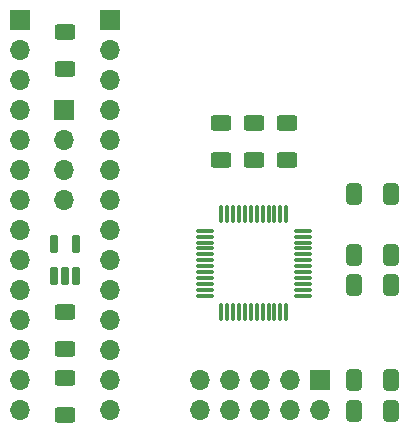
<source format=gts>
G04 #@! TF.GenerationSoftware,KiCad,Pcbnew,9.0.0*
G04 #@! TF.CreationDate,2025-05-26T23:55:01+02:00*
G04 #@! TF.ProjectId,ckbd,636b6264-2e6b-4696-9361-645f70636258,c*
G04 #@! TF.SameCoordinates,Original*
G04 #@! TF.FileFunction,Soldermask,Top*
G04 #@! TF.FilePolarity,Negative*
%FSLAX46Y46*%
G04 Gerber Fmt 4.6, Leading zero omitted, Abs format (unit mm)*
G04 Created by KiCad (PCBNEW 9.0.0) date 2025-05-26 23:55:01*
%MOMM*%
%LPD*%
G01*
G04 APERTURE LIST*
G04 Aperture macros list*
%AMRoundRect*
0 Rectangle with rounded corners*
0 $1 Rounding radius*
0 $2 $3 $4 $5 $6 $7 $8 $9 X,Y pos of 4 corners*
0 Add a 4 corners polygon primitive as box body*
4,1,4,$2,$3,$4,$5,$6,$7,$8,$9,$2,$3,0*
0 Add four circle primitives for the rounded corners*
1,1,$1+$1,$2,$3*
1,1,$1+$1,$4,$5*
1,1,$1+$1,$6,$7*
1,1,$1+$1,$8,$9*
0 Add four rect primitives between the rounded corners*
20,1,$1+$1,$2,$3,$4,$5,0*
20,1,$1+$1,$4,$5,$6,$7,0*
20,1,$1+$1,$6,$7,$8,$9,0*
20,1,$1+$1,$8,$9,$2,$3,0*%
G04 Aperture macros list end*
%ADD10RoundRect,0.250000X0.412500X0.650000X-0.412500X0.650000X-0.412500X-0.650000X0.412500X-0.650000X0*%
%ADD11RoundRect,0.250000X-0.412500X-0.650000X0.412500X-0.650000X0.412500X0.650000X-0.412500X0.650000X0*%
%ADD12RoundRect,0.250000X0.625000X-0.400000X0.625000X0.400000X-0.625000X0.400000X-0.625000X-0.400000X0*%
%ADD13R,1.700000X1.700000*%
%ADD14O,1.700000X1.700000*%
%ADD15RoundRect,0.075000X-0.075000X0.662500X-0.075000X-0.662500X0.075000X-0.662500X0.075000X0.662500X0*%
%ADD16RoundRect,0.075000X-0.662500X0.075000X-0.662500X-0.075000X0.662500X-0.075000X0.662500X0.075000X0*%
%ADD17RoundRect,0.162500X0.162500X-0.617500X0.162500X0.617500X-0.162500X0.617500X-0.162500X-0.617500X0*%
%ADD18RoundRect,0.250000X-0.625000X0.400000X-0.625000X-0.400000X0.625000X-0.400000X0.625000X0.400000X0*%
G04 APERTURE END LIST*
D10*
X138659400Y-71831200D03*
X135534400Y-71831200D03*
D11*
X135534400Y-74422000D03*
X138659400Y-74422000D03*
D12*
X127025400Y-53188200D03*
X127025400Y-50088200D03*
D13*
X114833400Y-41351200D03*
D14*
X114833400Y-43891200D03*
X114833400Y-46431200D03*
X114833400Y-48971200D03*
X114833400Y-51511200D03*
X114833400Y-54051200D03*
X114833400Y-56591200D03*
X114833400Y-59131200D03*
X114833400Y-61671200D03*
X114833400Y-64211200D03*
X114833400Y-66751200D03*
X114833400Y-69291200D03*
X114833400Y-71831200D03*
X114833400Y-74371200D03*
D15*
X129775400Y-57762700D03*
X129275400Y-57762700D03*
X128775400Y-57762700D03*
X128275400Y-57762700D03*
X127775400Y-57762700D03*
X127275400Y-57762700D03*
X126775400Y-57762700D03*
X126275400Y-57762700D03*
X125775400Y-57762700D03*
X125275400Y-57762700D03*
X124775400Y-57762700D03*
X124275400Y-57762700D03*
D16*
X122862900Y-59175200D03*
X122862900Y-59675200D03*
X122862900Y-60175200D03*
X122862900Y-60675200D03*
X122862900Y-61175200D03*
X122862900Y-61675200D03*
X122862900Y-62175200D03*
X122862900Y-62675200D03*
X122862900Y-63175200D03*
X122862900Y-63675200D03*
X122862900Y-64175200D03*
X122862900Y-64675200D03*
D15*
X124275400Y-66087700D03*
X124775400Y-66087700D03*
X125275400Y-66087700D03*
X125775400Y-66087700D03*
X126275400Y-66087700D03*
X126775400Y-66087700D03*
X127275400Y-66087700D03*
X127775400Y-66087700D03*
X128275400Y-66087700D03*
X128775400Y-66087700D03*
X129275400Y-66087700D03*
X129775400Y-66087700D03*
D16*
X131187900Y-64675200D03*
X131187900Y-64175200D03*
X131187900Y-63675200D03*
X131187900Y-63175200D03*
X131187900Y-62675200D03*
X131187900Y-62175200D03*
X131187900Y-61675200D03*
X131187900Y-61175200D03*
X131187900Y-60675200D03*
X131187900Y-60175200D03*
X131187900Y-59675200D03*
X131187900Y-59175200D03*
D17*
X110073400Y-63021200D03*
X111023400Y-63021200D03*
X111973400Y-63021200D03*
X111973400Y-60321200D03*
X110073400Y-60321200D03*
D13*
X132613400Y-71831200D03*
D14*
X132613400Y-74371200D03*
X130073400Y-71831200D03*
X130073400Y-74371200D03*
X127533400Y-71831200D03*
X127533400Y-74371200D03*
X124993400Y-71831200D03*
X124993400Y-74371200D03*
X122453400Y-71831200D03*
X122453400Y-74371200D03*
D10*
X138620900Y-56083200D03*
X135495900Y-56083200D03*
D12*
X111023400Y-74778200D03*
X111023400Y-71678200D03*
D13*
X110972600Y-48971200D03*
D14*
X110972600Y-51511200D03*
X110972600Y-54051200D03*
X110972600Y-56591200D03*
D10*
X138640150Y-61194750D03*
X135515150Y-61194750D03*
D18*
X129819400Y-50088200D03*
X129819400Y-53188200D03*
D10*
X138640150Y-63734750D03*
X135515150Y-63734750D03*
D13*
X107213400Y-41351200D03*
D14*
X107213400Y-43891200D03*
X107213400Y-46431200D03*
X107213400Y-48971200D03*
X107213400Y-51511200D03*
X107213400Y-54051200D03*
X107213400Y-56591200D03*
X107213400Y-59131200D03*
X107213400Y-61671200D03*
X107213400Y-64211200D03*
X107213400Y-66751200D03*
X107213400Y-69291200D03*
X107213400Y-71831200D03*
X107213400Y-74371200D03*
D12*
X124231400Y-53188200D03*
X124231400Y-50088200D03*
D18*
X111023400Y-66090200D03*
X111023400Y-69190200D03*
X111023400Y-42366000D03*
X111023400Y-45466000D03*
M02*

</source>
